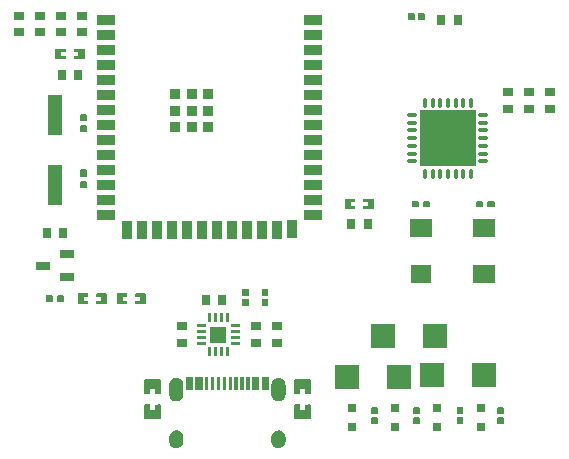
<source format=gtp>
G04 Layer: TopPasteMaskLayer*
G04 EasyEDA v6.5.47, 2024-11-13 08:28:34*
G04 87231406ceee420ca99a4478fe7bfb21,034e4511e0c640c9b8a39c55fee02e59,10*
G04 Gerber Generator version 0.2*
G04 Scale: 100 percent, Rotated: No, Reflected: No *
G04 Dimensions in millimeters *
G04 leading zeros omitted , absolute positions ,4 integer and 5 decimal *
%FSLAX45Y45*%
%MOMM*%

%AMMACRO1*21,1,$1,$2,0,0,$3*%
%ADD10O,0.36400740000000004X0.8469884*%
%ADD11O,0.8469884X0.36400740000000004*%
%ADD12MACRO1,4.7X4.7X90.0000*%
%ADD13MACRO1,1.5X1.8X-90.0000*%
%ADD14R,1.8000X1.5000*%
%ADD15MACRO1,1.5X1.8X90.0000*%
%ADD16R,0.9000X0.8000*%
%ADD17R,0.8000X0.9000*%
%ADD18R,2.0000X2.0000*%
%ADD19R,0.8000X0.8000*%
%ADD20R,1.2500X0.7000*%
%ADD21R,1.5000X0.9000*%
%ADD22R,0.9000X1.5000*%
%ADD23R,0.9000X0.9000*%
%ADD24R,1.2000X3.5000*%
%ADD25R,0.0120X3.5000*%

%LPD*%
G36*
X1004722Y1492808D02*
G01*
X999693Y1487779D01*
X999693Y1465021D01*
X1036726Y1465021D01*
X1036726Y1432001D01*
X999693Y1432001D01*
X999693Y1407820D01*
X1004722Y1402791D01*
X1084681Y1402791D01*
X1089710Y1407820D01*
X1089710Y1487779D01*
X1084681Y1492808D01*
G37*
G36*
X845718Y1492808D02*
G01*
X840689Y1487779D01*
X840689Y1407820D01*
X845718Y1402791D01*
X925677Y1402791D01*
X930706Y1407820D01*
X930706Y1430578D01*
X893673Y1430578D01*
X893673Y1463598D01*
X930706Y1463598D01*
X930706Y1487779D01*
X925677Y1492808D01*
G37*
G36*
X1334922Y1492808D02*
G01*
X1329893Y1487779D01*
X1329893Y1465021D01*
X1366926Y1465021D01*
X1366926Y1432001D01*
X1329893Y1432001D01*
X1329893Y1407820D01*
X1334922Y1402791D01*
X1414881Y1402791D01*
X1419910Y1407820D01*
X1419910Y1487779D01*
X1414881Y1492808D01*
G37*
G36*
X1175918Y1492808D02*
G01*
X1170889Y1487779D01*
X1170889Y1407820D01*
X1175918Y1402791D01*
X1255877Y1402791D01*
X1260906Y1407820D01*
X1260906Y1430578D01*
X1223873Y1430578D01*
X1223873Y1463598D01*
X1260906Y1463598D01*
X1260906Y1487779D01*
X1255877Y1492808D01*
G37*
G36*
X3771493Y2275382D02*
G01*
X3764483Y2270404D01*
X3764483Y2225395D01*
X3771493Y2220417D01*
X3819499Y2220417D01*
X3824478Y2225395D01*
X3824478Y2270404D01*
X3819499Y2275382D01*
G37*
G36*
X3673500Y2275382D02*
G01*
X3668522Y2270404D01*
X3668522Y2225395D01*
X3673500Y2220417D01*
X3721506Y2220417D01*
X3728516Y2225395D01*
X3728516Y2270404D01*
X3721506Y2275382D01*
G37*
G36*
X4317593Y2275382D02*
G01*
X4310583Y2270404D01*
X4310583Y2225395D01*
X4317593Y2220417D01*
X4365599Y2220417D01*
X4370578Y2225395D01*
X4370578Y2270404D01*
X4365599Y2275382D01*
G37*
G36*
X4219600Y2275382D02*
G01*
X4214622Y2270404D01*
X4214622Y2225395D01*
X4219600Y2220417D01*
X4267606Y2220417D01*
X4274616Y2225395D01*
X4274616Y2270404D01*
X4267606Y2275382D01*
G37*
G36*
X3640836Y3862425D02*
G01*
X3636822Y3858412D01*
X3636822Y3812387D01*
X3640836Y3808374D01*
X3690874Y3808374D01*
X3694887Y3812387D01*
X3694887Y3858412D01*
X3690874Y3862425D01*
G37*
G36*
X3725926Y3862425D02*
G01*
X3721912Y3858412D01*
X3721912Y3812387D01*
X3725926Y3808374D01*
X3775964Y3808374D01*
X3779977Y3812387D01*
X3779977Y3858412D01*
X3775964Y3862425D01*
G37*
G36*
X4053687Y528777D02*
G01*
X4049674Y524764D01*
X4049674Y474675D01*
X4053687Y470712D01*
X4099712Y470712D01*
X4103725Y474675D01*
X4103725Y524764D01*
X4099712Y528777D01*
G37*
G36*
X4053687Y443687D02*
G01*
X4049674Y439724D01*
X4049674Y389636D01*
X4053687Y385622D01*
X4099712Y385622D01*
X4103725Y389636D01*
X4103725Y439724D01*
X4099712Y443687D01*
G37*
G36*
X3685387Y528777D02*
G01*
X3681374Y524764D01*
X3681374Y474675D01*
X3685387Y470712D01*
X3731412Y470712D01*
X3735425Y474675D01*
X3735425Y524764D01*
X3731412Y528777D01*
G37*
G36*
X3685387Y443687D02*
G01*
X3681374Y439724D01*
X3681374Y389636D01*
X3685387Y385622D01*
X3731412Y385622D01*
X3735425Y389636D01*
X3735425Y439724D01*
X3731412Y443687D01*
G37*
G36*
X3329787Y528777D02*
G01*
X3325774Y524764D01*
X3325774Y474675D01*
X3329787Y470712D01*
X3375812Y470712D01*
X3379825Y474675D01*
X3379825Y524764D01*
X3375812Y528777D01*
G37*
G36*
X3329787Y443687D02*
G01*
X3325774Y439724D01*
X3325774Y389636D01*
X3329787Y385622D01*
X3375812Y385622D01*
X3379825Y389636D01*
X3379825Y439724D01*
X3375812Y443687D01*
G37*
G36*
X4396587Y528777D02*
G01*
X4392574Y524764D01*
X4392574Y474675D01*
X4396587Y470712D01*
X4442612Y470712D01*
X4446625Y474675D01*
X4446625Y524764D01*
X4442612Y528777D01*
G37*
G36*
X4396587Y443687D02*
G01*
X4392574Y439724D01*
X4392574Y389636D01*
X4396587Y385622D01*
X4442612Y385622D01*
X4446625Y389636D01*
X4446625Y439724D01*
X4442612Y443687D01*
G37*
G36*
X2679192Y766927D02*
G01*
X2674213Y761898D01*
X2674213Y646887D01*
X2679192Y641908D01*
X2721203Y642416D01*
X2721203Y686409D01*
X2766212Y686409D01*
X2766212Y641400D01*
X2807208Y641908D01*
X2812186Y646887D01*
X2812186Y761898D01*
X2807208Y766927D01*
G37*
G36*
X2679192Y551891D02*
G01*
X2674213Y546912D01*
X2674213Y431901D01*
X2679192Y426923D01*
X2807208Y426923D01*
X2812186Y431901D01*
X2812186Y546912D01*
X2807208Y551891D01*
X2766212Y551383D01*
X2766212Y507390D01*
X2721203Y507390D01*
X2721203Y551891D01*
G37*
G36*
X1409192Y766927D02*
G01*
X1404213Y761898D01*
X1404213Y646887D01*
X1409192Y641908D01*
X1451203Y642416D01*
X1451203Y686409D01*
X1496212Y686409D01*
X1496212Y641400D01*
X1537208Y641908D01*
X1542186Y646887D01*
X1542186Y761898D01*
X1537208Y766927D01*
G37*
G36*
X1409192Y551891D02*
G01*
X1404213Y546912D01*
X1404213Y431901D01*
X1409192Y426923D01*
X1537208Y426923D01*
X1542186Y431901D01*
X1542186Y546912D01*
X1537208Y551891D01*
X1496212Y551383D01*
X1496212Y507390D01*
X1451203Y507390D01*
X1451203Y551891D01*
G37*
G36*
X2218182Y787806D02*
G01*
X2218182Y677824D01*
X2248204Y677824D01*
X2248204Y787806D01*
G37*
G36*
X2268220Y787806D02*
G01*
X2268220Y677824D01*
X2298242Y677824D01*
X2298242Y787806D01*
G37*
G36*
X1758188Y787806D02*
G01*
X1758188Y677824D01*
X1818182Y677824D01*
X1818182Y787806D01*
G37*
G36*
X2168194Y787806D02*
G01*
X2168194Y677824D01*
X2198217Y677824D01*
X2198217Y787806D01*
G37*
G36*
X2318207Y787806D02*
G01*
X2318207Y677824D01*
X2378202Y677824D01*
X2378202Y787806D01*
G37*
G36*
X2398217Y787806D02*
G01*
X2398217Y677824D01*
X2458212Y677824D01*
X2458212Y787806D01*
G37*
G36*
X2118207Y787806D02*
G01*
X2118207Y677824D01*
X2148230Y677824D01*
X2148230Y787806D01*
G37*
G36*
X2068169Y787806D02*
G01*
X2068169Y677824D01*
X2098192Y677824D01*
X2098192Y787806D01*
G37*
G36*
X1838198Y787806D02*
G01*
X1838198Y677824D01*
X1898192Y677824D01*
X1898192Y787806D01*
G37*
G36*
X2018182Y787806D02*
G01*
X2018182Y677824D01*
X2048205Y677824D01*
X2048205Y787806D01*
G37*
G36*
X1968195Y787806D02*
G01*
X1968195Y677824D01*
X1998218Y677824D01*
X1998218Y787806D01*
G37*
G36*
X1918207Y787806D02*
G01*
X1918207Y677824D01*
X1948230Y677824D01*
X1948230Y787806D01*
G37*
G36*
X2539187Y777798D02*
G01*
X2533243Y777341D01*
X2527350Y776325D01*
X2521610Y774700D01*
X2516022Y772515D01*
X2510688Y769772D01*
X2505659Y766521D01*
X2500985Y762812D01*
X2496718Y758647D01*
X2492857Y754024D01*
X2489504Y749096D01*
X2486660Y743864D01*
X2484323Y738327D01*
X2482545Y732637D01*
X2481376Y726744D01*
X2480767Y720801D01*
X2480716Y637794D01*
X2480970Y631850D01*
X2481884Y625906D01*
X2483358Y620115D01*
X2485390Y614527D01*
X2488031Y609142D01*
X2491130Y604012D01*
X2494737Y599236D01*
X2498801Y594868D01*
X2503271Y590905D01*
X2508148Y587400D01*
X2513330Y584403D01*
X2518765Y581964D01*
X2524455Y580034D01*
X2530297Y578713D01*
X2536190Y578002D01*
X2542184Y577850D01*
X2548178Y578256D01*
X2554071Y579323D01*
X2559812Y580948D01*
X2565349Y583133D01*
X2570683Y585876D01*
X2575712Y589076D01*
X2580386Y592836D01*
X2584704Y597001D01*
X2588514Y601573D01*
X2591917Y606501D01*
X2594762Y611784D01*
X2597099Y617270D01*
X2598826Y623011D01*
X2600045Y628853D01*
X2600604Y634796D01*
X2600706Y717804D01*
X2600401Y723798D01*
X2599486Y729691D01*
X2598013Y735482D01*
X2595981Y741121D01*
X2593390Y746506D01*
X2590292Y751586D01*
X2586685Y756361D01*
X2582570Y760780D01*
X2578100Y764743D01*
X2573274Y768197D01*
X2568092Y771194D01*
X2562606Y773684D01*
X2556967Y775563D01*
X2551125Y776884D01*
X2545181Y777646D01*
G37*
G36*
X1674215Y777798D02*
G01*
X1668221Y777341D01*
X1662328Y776325D01*
X1656588Y774700D01*
X1651050Y772515D01*
X1645716Y769772D01*
X1640687Y766521D01*
X1636014Y762812D01*
X1631696Y758647D01*
X1627886Y754024D01*
X1624482Y749096D01*
X1621637Y743864D01*
X1619300Y738327D01*
X1617573Y732637D01*
X1616354Y726744D01*
X1615795Y720801D01*
X1615694Y637794D01*
X1615998Y631850D01*
X1616913Y625906D01*
X1618386Y620115D01*
X1620418Y614527D01*
X1623009Y609142D01*
X1626107Y604012D01*
X1629714Y599236D01*
X1633829Y594868D01*
X1638300Y590905D01*
X1643125Y587400D01*
X1648307Y584403D01*
X1653793Y581964D01*
X1659432Y580034D01*
X1665274Y578713D01*
X1671218Y578002D01*
X1677212Y577850D01*
X1683156Y578256D01*
X1689049Y579323D01*
X1694789Y580948D01*
X1700377Y583133D01*
X1705711Y585876D01*
X1710740Y589076D01*
X1715414Y592836D01*
X1719681Y597001D01*
X1723542Y601573D01*
X1726895Y606501D01*
X1729739Y611784D01*
X1732076Y617270D01*
X1733854Y623011D01*
X1735023Y628853D01*
X1735632Y634796D01*
X1735683Y717804D01*
X1735378Y723798D01*
X1734515Y729691D01*
X1733042Y735482D01*
X1731010Y741121D01*
X1728419Y746506D01*
X1725269Y751586D01*
X1721662Y756361D01*
X1717598Y760780D01*
X1713128Y764743D01*
X1708251Y768197D01*
X1703070Y771194D01*
X1697634Y773684D01*
X1691944Y775563D01*
X1686102Y776884D01*
X1680159Y777646D01*
G37*
G36*
X1674215Y332790D02*
G01*
X1668221Y332333D01*
X1662328Y331317D01*
X1656588Y329692D01*
X1651050Y327507D01*
X1645716Y324764D01*
X1640687Y321513D01*
X1636014Y317804D01*
X1631696Y313588D01*
X1627886Y309016D01*
X1624482Y304088D01*
X1621637Y298805D01*
X1619300Y293319D01*
X1617573Y287578D01*
X1616354Y281736D01*
X1615795Y275793D01*
X1615694Y242773D01*
X1615998Y236829D01*
X1616913Y230886D01*
X1618386Y225094D01*
X1620418Y219506D01*
X1623009Y214121D01*
X1626107Y208991D01*
X1629714Y204216D01*
X1633829Y199847D01*
X1638300Y195884D01*
X1643125Y192379D01*
X1648307Y189382D01*
X1653793Y186944D01*
X1659432Y185013D01*
X1665274Y183692D01*
X1671218Y182981D01*
X1677212Y182829D01*
X1683156Y183286D01*
X1689049Y184302D01*
X1694789Y185928D01*
X1700377Y188112D01*
X1705711Y190855D01*
X1710740Y194056D01*
X1715414Y197815D01*
X1719681Y201980D01*
X1723542Y206552D01*
X1726895Y211531D01*
X1729739Y216763D01*
X1732076Y222300D01*
X1733854Y227990D01*
X1735023Y233832D01*
X1735632Y239826D01*
X1735683Y272796D01*
X1735378Y278790D01*
X1734515Y284683D01*
X1733042Y290474D01*
X1731010Y296113D01*
X1728419Y301498D01*
X1725269Y306578D01*
X1721662Y311353D01*
X1717598Y315772D01*
X1713128Y319684D01*
X1708251Y323189D01*
X1703070Y326186D01*
X1697634Y328625D01*
X1691944Y330555D01*
X1686102Y331876D01*
X1680159Y332638D01*
G37*
G36*
X2539187Y332790D02*
G01*
X2533243Y332333D01*
X2527350Y331317D01*
X2521610Y329692D01*
X2516022Y327507D01*
X2510688Y324764D01*
X2505659Y321513D01*
X2500985Y317804D01*
X2496718Y313588D01*
X2492857Y309016D01*
X2489504Y304088D01*
X2486660Y298805D01*
X2484323Y293319D01*
X2482545Y287578D01*
X2481376Y281736D01*
X2480767Y275793D01*
X2480716Y242773D01*
X2480970Y236829D01*
X2481884Y230886D01*
X2483358Y225094D01*
X2485390Y219506D01*
X2488031Y214121D01*
X2491130Y208991D01*
X2494737Y204216D01*
X2498801Y199847D01*
X2503271Y195884D01*
X2508148Y192379D01*
X2513330Y189382D01*
X2518765Y186944D01*
X2524455Y185013D01*
X2530297Y183692D01*
X2536190Y182981D01*
X2542184Y182829D01*
X2548178Y183286D01*
X2554071Y184302D01*
X2559812Y185928D01*
X2565349Y188112D01*
X2570683Y190855D01*
X2575712Y194056D01*
X2580386Y197815D01*
X2584704Y201980D01*
X2588514Y206552D01*
X2591917Y211531D01*
X2594762Y216763D01*
X2597099Y222300D01*
X2598826Y227990D01*
X2600045Y233832D01*
X2600604Y239826D01*
X2600706Y272796D01*
X2600401Y278790D01*
X2599486Y284683D01*
X2598013Y290474D01*
X2595981Y296113D01*
X2593390Y301498D01*
X2590292Y306578D01*
X2586685Y311353D01*
X2582570Y315772D01*
X2578100Y319684D01*
X2573274Y323189D01*
X2568092Y326186D01*
X2562606Y328625D01*
X2556967Y330555D01*
X2551125Y331876D01*
X2545181Y332638D01*
G37*
G36*
X672693Y1475282D02*
G01*
X665683Y1470304D01*
X665683Y1425295D01*
X672693Y1420317D01*
X720699Y1420317D01*
X725678Y1425295D01*
X725678Y1470304D01*
X720699Y1475282D01*
G37*
G36*
X574700Y1475282D02*
G01*
X569722Y1470304D01*
X569722Y1425295D01*
X574700Y1420317D01*
X622706Y1420317D01*
X629716Y1425295D01*
X629716Y1470304D01*
X622706Y1475282D01*
G37*
G36*
X866495Y3011678D02*
G01*
X861517Y3006699D01*
X861517Y2958693D01*
X866495Y2951683D01*
X911504Y2951683D01*
X916482Y2958693D01*
X916482Y3006699D01*
X911504Y3011678D01*
G37*
G36*
X866495Y2915716D02*
G01*
X861517Y2908706D01*
X861517Y2860700D01*
X866495Y2855722D01*
X911504Y2855722D01*
X916482Y2860700D01*
X916482Y2908706D01*
X911504Y2915716D01*
G37*
G36*
X866495Y2445816D02*
G01*
X861517Y2438806D01*
X861517Y2390800D01*
X866495Y2385822D01*
X911504Y2385822D01*
X916482Y2390800D01*
X916482Y2438806D01*
X911504Y2445816D01*
G37*
G36*
X866495Y2541778D02*
G01*
X861517Y2536799D01*
X861517Y2488793D01*
X866495Y2481783D01*
X911504Y2481783D01*
X916482Y2488793D01*
X916482Y2536799D01*
X911504Y2541778D01*
G37*
G36*
X3265322Y2292908D02*
G01*
X3260293Y2287879D01*
X3260293Y2265121D01*
X3297275Y2265121D01*
X3297275Y2232101D01*
X3260293Y2232101D01*
X3260293Y2207920D01*
X3265322Y2202891D01*
X3345281Y2202891D01*
X3350310Y2207920D01*
X3350310Y2287879D01*
X3345281Y2292908D01*
G37*
G36*
X3106318Y2292908D02*
G01*
X3101289Y2287879D01*
X3101289Y2207920D01*
X3106318Y2202891D01*
X3186277Y2202891D01*
X3191306Y2207920D01*
X3191306Y2230678D01*
X3154324Y2230678D01*
X3154324Y2263698D01*
X3191306Y2263698D01*
X3191306Y2287879D01*
X3186277Y2292908D01*
G37*
G36*
X2237587Y1532077D02*
G01*
X2233574Y1528064D01*
X2233574Y1477975D01*
X2237587Y1474012D01*
X2283612Y1474012D01*
X2287625Y1477975D01*
X2287625Y1528064D01*
X2283612Y1532077D01*
G37*
G36*
X2237587Y1446987D02*
G01*
X2233574Y1443024D01*
X2233574Y1392936D01*
X2237587Y1388922D01*
X2283612Y1388922D01*
X2287625Y1392936D01*
X2287625Y1443024D01*
X2283612Y1446987D01*
G37*
G36*
X655218Y3562908D02*
G01*
X650189Y3557879D01*
X650189Y3477920D01*
X655218Y3472891D01*
X735177Y3472891D01*
X740206Y3477920D01*
X740206Y3500678D01*
X703173Y3500678D01*
X703173Y3533698D01*
X740206Y3533698D01*
X740206Y3557879D01*
X735177Y3562908D01*
G37*
G36*
X814222Y3562908D02*
G01*
X809193Y3557879D01*
X809193Y3535121D01*
X846226Y3535121D01*
X846226Y3502101D01*
X809193Y3502101D01*
X809193Y3477920D01*
X814222Y3472891D01*
X894181Y3472891D01*
X899210Y3477920D01*
X899210Y3557879D01*
X894181Y3562908D01*
G37*
G36*
X2402687Y1532077D02*
G01*
X2398674Y1528064D01*
X2398674Y1477975D01*
X2402687Y1474012D01*
X2448712Y1474012D01*
X2452725Y1477975D01*
X2452725Y1528064D01*
X2448712Y1532077D01*
G37*
G36*
X2402687Y1446987D02*
G01*
X2398674Y1443024D01*
X2398674Y1392936D01*
X2402687Y1388922D01*
X2448712Y1388922D01*
X2452725Y1392936D01*
X2452725Y1443024D01*
X2448712Y1446987D01*
G37*
G36*
X1963978Y1211021D02*
G01*
X1963978Y1075029D01*
X2099970Y1075029D01*
X2099970Y1211021D01*
G37*
G36*
X1944471Y1035507D02*
G01*
X1944471Y960526D01*
X1969516Y960526D01*
X1969516Y1035507D01*
G37*
G36*
X1994458Y1035507D02*
G01*
X1994458Y960526D01*
X2019503Y960526D01*
X2019503Y1035507D01*
G37*
G36*
X2044496Y1035507D02*
G01*
X2044496Y960526D01*
X2069490Y960526D01*
X2069490Y1035507D01*
G37*
G36*
X2094484Y1035507D02*
G01*
X2094484Y960526D01*
X2119477Y960526D01*
X2119477Y1035507D01*
G37*
G36*
X1944471Y1325473D02*
G01*
X1944471Y1250492D01*
X1969516Y1250492D01*
X1969516Y1325473D01*
G37*
G36*
X1994458Y1325473D02*
G01*
X1994458Y1250492D01*
X2019503Y1250492D01*
X2019503Y1325473D01*
G37*
G36*
X2044496Y1325473D02*
G01*
X2044496Y1250492D01*
X2069490Y1250492D01*
X2069490Y1325473D01*
G37*
G36*
X2094484Y1325473D02*
G01*
X2094484Y1250492D01*
X2119477Y1250492D01*
X2119477Y1325473D01*
G37*
G36*
X1849475Y1080566D02*
G01*
X1849475Y1055573D01*
X1924507Y1055573D01*
X1924507Y1080566D01*
G37*
G36*
X1849475Y1130554D02*
G01*
X1849475Y1105560D01*
X1924507Y1105560D01*
X1924507Y1130554D01*
G37*
G36*
X1849475Y1180592D02*
G01*
X1849475Y1155598D01*
X1924507Y1155598D01*
X1924507Y1180592D01*
G37*
G36*
X1849475Y1230579D02*
G01*
X1849475Y1205585D01*
X1924507Y1205585D01*
X1924507Y1230579D01*
G37*
G36*
X2139492Y1080668D02*
G01*
X2139492Y1055674D01*
X2214473Y1055674D01*
X2214473Y1080668D01*
G37*
G36*
X2139492Y1130655D02*
G01*
X2139492Y1105662D01*
X2214473Y1105662D01*
X2214473Y1130655D01*
G37*
G36*
X2139492Y1180642D02*
G01*
X2139492Y1155649D01*
X2214473Y1155649D01*
X2214473Y1180642D01*
G37*
G36*
X2139492Y1230630D02*
G01*
X2139492Y1205636D01*
X2214473Y1205636D01*
X2214473Y1230630D01*
G37*
D10*
G01*
X3780104Y2506853D03*
G01*
X3845102Y2506853D03*
G01*
X3910101Y2506853D03*
G01*
X3975100Y2506853D03*
G01*
X4040098Y2506853D03*
G01*
X4105097Y2506853D03*
G01*
X4170095Y2506853D03*
D11*
G01*
X4274947Y2611704D03*
G01*
X4274947Y2676702D03*
G01*
X4274947Y2741701D03*
G01*
X4274947Y2806700D03*
G01*
X4274947Y2871698D03*
G01*
X4274947Y2936697D03*
G01*
X4274947Y3001695D03*
D10*
G01*
X4170095Y3106546D03*
G01*
X4105097Y3106546D03*
G01*
X4040098Y3106546D03*
G01*
X3975100Y3106546D03*
G01*
X3910101Y3106546D03*
G01*
X3845102Y3106546D03*
G01*
X3780104Y3106546D03*
D11*
G01*
X3675252Y3001695D03*
G01*
X3675252Y2936697D03*
G01*
X3675252Y2871698D03*
G01*
X3675252Y2806700D03*
G01*
X3675252Y2741701D03*
G01*
X3675252Y2676702D03*
G01*
X3675252Y2611704D03*
D12*
G01*
X3975100Y2806700D03*
D13*
G01*
X4277199Y2049199D03*
G01*
X3749200Y2049199D03*
D14*
G01*
X3749192Y1659204D03*
D15*
G01*
X4277199Y1659200D03*
D16*
G01*
X4483100Y3054197D03*
G01*
X4483100Y3194202D03*
G01*
X4660900Y3054197D03*
G01*
X4660900Y3194202D03*
G01*
X4838700Y3054197D03*
G01*
X4838700Y3194202D03*
D17*
G01*
X4057802Y3810000D03*
G01*
X3917797Y3810000D03*
D18*
G01*
X3560089Y787400D03*
G01*
X3120110Y787400D03*
G01*
X3864889Y1130300D03*
G01*
X3424910Y1130300D03*
G01*
X4283989Y800100D03*
G01*
X3844010Y800100D03*
D19*
G01*
X4254855Y364540D03*
G01*
X4254144Y524433D03*
G01*
X3886555Y364540D03*
G01*
X3885844Y524433D03*
G01*
X3530955Y364540D03*
G01*
X3530244Y524433D03*
G01*
X3162655Y364540D03*
G01*
X3161944Y524433D03*
D17*
G01*
X717702Y2006600D03*
G01*
X577697Y2006600D03*
D20*
G01*
X747699Y1632204D03*
G01*
X747699Y1822195D03*
G01*
X547700Y1727200D03*
D16*
G01*
X342900Y3701897D03*
G01*
X342900Y3841902D03*
G01*
X698500Y3701897D03*
G01*
X698500Y3841902D03*
G01*
X520700Y3701897D03*
G01*
X520700Y3841902D03*
G01*
X876300Y3701897D03*
G01*
X876300Y3841902D03*
G01*
X2527300Y1213002D03*
G01*
X2527300Y1072997D03*
D17*
G01*
X844702Y3340100D03*
G01*
X704697Y3340100D03*
G01*
X3155797Y2082800D03*
G01*
X3295802Y2082800D03*
D16*
G01*
X1727200Y1213002D03*
G01*
X1727200Y1072997D03*
G01*
X2349500Y1072997D03*
G01*
X2349500Y1213002D03*
D17*
G01*
X1923897Y1435100D03*
G01*
X2063902Y1435100D03*
D21*
G01*
X1080795Y3810507D03*
G01*
X1080795Y3683507D03*
G01*
X1080795Y3556507D03*
G01*
X1080795Y3429507D03*
G01*
X1080795Y3302507D03*
G01*
X1080795Y3175507D03*
G01*
X1080795Y3048507D03*
G01*
X1080795Y2921507D03*
G01*
X1080795Y2794507D03*
G01*
X1080795Y2667507D03*
G01*
X1080795Y2540507D03*
G01*
X1080795Y2413507D03*
G01*
X1080795Y2286507D03*
G01*
X1080795Y2159507D03*
D22*
G01*
X1257300Y2031492D03*
G01*
X1384300Y2031492D03*
G01*
X1511300Y2031492D03*
G01*
X1638300Y2031492D03*
G01*
X1765300Y2031492D03*
G01*
X1892300Y2031492D03*
G01*
X2019300Y2031492D03*
G01*
X2146300Y2031492D03*
G01*
X2273300Y2031492D03*
G01*
X2400300Y2031492D03*
G01*
X2527300Y2031492D03*
G01*
X2654300Y2034489D03*
D21*
G01*
X2830804Y2159507D03*
G01*
X2830804Y2286507D03*
G01*
X2830804Y2413507D03*
G01*
X2830804Y2540507D03*
G01*
X2830804Y2667507D03*
G01*
X2830804Y2794507D03*
G01*
X2830804Y2921507D03*
G01*
X2830804Y3048507D03*
G01*
X2830804Y3175507D03*
G01*
X2830804Y3302507D03*
G01*
X2830804Y3429507D03*
G01*
X2830804Y3556507D03*
G01*
X2830804Y3683507D03*
G01*
X2830804Y3810507D03*
D23*
G01*
X1945792Y2898495D03*
G01*
X1805787Y2898470D03*
G01*
X1665782Y2898495D03*
G01*
X1665782Y3178479D03*
G01*
X1805787Y3178479D03*
G01*
X1945792Y3178479D03*
G01*
X1945792Y3038475D03*
G01*
X1665782Y3038475D03*
G01*
X1805787Y3038475D03*
D24*
G01*
X647700Y3000095D03*
G01*
X647700Y2410104D03*
M02*

</source>
